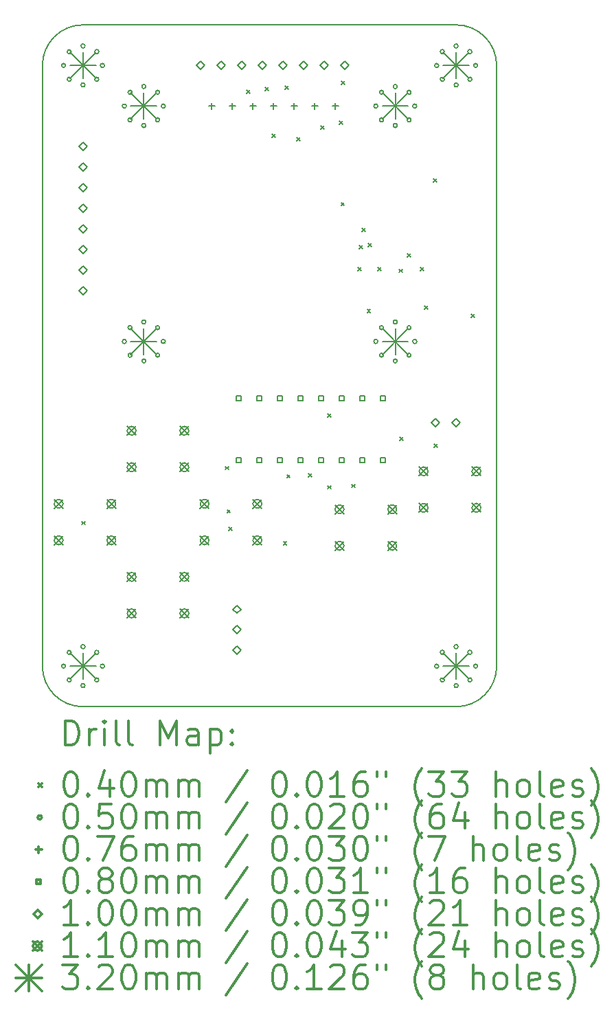
<source format=gbr>
%FSLAX45Y45*%
G04 Gerber Fmt 4.5, Leading zero omitted, Abs format (unit mm)*
G04 Created by KiCad (PCBNEW 5.0.2+dfsg1-1) date Sun 10 Apr 2022 01:54:58 AM PDT*
%MOMM*%
%LPD*%
G01*
G04 APERTURE LIST*
%ADD10C,0.150000*%
%ADD11C,0.200000*%
%ADD12C,0.300000*%
G04 APERTURE END LIST*
D10*
X13800000Y-1600000D02*
X18400000Y-1600000D01*
X13800000Y-10000000D02*
X18400000Y-10000000D01*
X18900000Y-9500000D02*
X18900000Y-2100000D01*
X13300000Y-2100000D02*
X13300000Y-9500000D01*
X18400000Y-1600000D02*
G75*
G02X18900000Y-2100000I0J-500000D01*
G01*
X18900000Y-9500000D02*
G75*
G02X18400000Y-10000000I-500000J0D01*
G01*
X13800000Y-10000000D02*
G75*
G02X13300000Y-9500000I0J500000D01*
G01*
X13300000Y-2100000D02*
G75*
G02X13800000Y-1600000I500000J0D01*
G01*
D11*
X13788000Y-7716000D02*
X13828000Y-7756000D01*
X13828000Y-7716000D02*
X13788000Y-7756000D01*
X15557000Y-7039000D02*
X15597000Y-7079000D01*
X15597000Y-7039000D02*
X15557000Y-7079000D01*
X15576000Y-7572000D02*
X15616000Y-7612000D01*
X15616000Y-7572000D02*
X15576000Y-7612000D01*
X15600000Y-7787000D02*
X15640000Y-7827000D01*
X15640000Y-7787000D02*
X15600000Y-7827000D01*
X15821000Y-2403000D02*
X15861000Y-2443000D01*
X15861000Y-2403000D02*
X15821000Y-2443000D01*
X16047000Y-2373000D02*
X16087000Y-2413000D01*
X16087000Y-2373000D02*
X16047000Y-2413000D01*
X16133199Y-2946801D02*
X16173199Y-2986801D01*
X16173199Y-2946801D02*
X16133199Y-2986801D01*
X16271000Y-7968000D02*
X16311000Y-8008000D01*
X16311000Y-7968000D02*
X16271000Y-8008000D01*
X16295000Y-2355000D02*
X16335000Y-2395000D01*
X16335000Y-2355000D02*
X16295000Y-2395000D01*
X16313000Y-7140000D02*
X16353000Y-7180000D01*
X16353000Y-7140000D02*
X16313000Y-7180000D01*
X16437000Y-2990000D02*
X16477000Y-3030000D01*
X16477000Y-2990000D02*
X16437000Y-3030000D01*
X16583000Y-7131000D02*
X16623000Y-7171000D01*
X16623000Y-7131000D02*
X16583000Y-7171000D01*
X16733000Y-2842000D02*
X16773000Y-2882000D01*
X16773000Y-2842000D02*
X16733000Y-2882000D01*
X16817000Y-6392000D02*
X16857000Y-6432000D01*
X16857000Y-6392000D02*
X16817000Y-6432000D01*
X16817000Y-7276000D02*
X16857000Y-7316000D01*
X16857000Y-7276000D02*
X16817000Y-7316000D01*
X16958000Y-2782000D02*
X16998000Y-2822000D01*
X16998000Y-2782000D02*
X16958000Y-2822000D01*
X16982775Y-3789200D02*
X17022775Y-3829200D01*
X17022775Y-3789200D02*
X16982775Y-3829200D01*
X16986000Y-2295000D02*
X17026000Y-2335000D01*
X17026000Y-2295000D02*
X16986000Y-2335000D01*
X17111000Y-7259000D02*
X17151000Y-7299000D01*
X17151000Y-7259000D02*
X17111000Y-7299000D01*
X17191000Y-4586000D02*
X17231000Y-4626000D01*
X17231000Y-4586000D02*
X17191000Y-4626000D01*
X17206000Y-4318000D02*
X17246000Y-4358000D01*
X17246000Y-4318000D02*
X17206000Y-4358000D01*
X17239699Y-4104301D02*
X17279699Y-4144301D01*
X17279699Y-4104301D02*
X17239699Y-4144301D01*
X17304000Y-5102000D02*
X17344000Y-5142000D01*
X17344000Y-5102000D02*
X17304000Y-5142000D01*
X17314898Y-4289102D02*
X17354898Y-4329102D01*
X17354898Y-4289102D02*
X17314898Y-4329102D01*
X17434000Y-4586000D02*
X17474000Y-4626000D01*
X17474000Y-4586000D02*
X17434000Y-4626000D01*
X17695000Y-4610000D02*
X17735000Y-4650000D01*
X17735000Y-4610000D02*
X17695000Y-4650000D01*
X17705000Y-6680000D02*
X17745000Y-6720000D01*
X17745000Y-6680000D02*
X17705000Y-6720000D01*
X17797000Y-4417000D02*
X17837000Y-4457000D01*
X17837000Y-4417000D02*
X17797000Y-4457000D01*
X17957000Y-4591000D02*
X17997000Y-4631000D01*
X17997000Y-4591000D02*
X17957000Y-4631000D01*
X18011000Y-5064000D02*
X18051000Y-5104000D01*
X18051000Y-5064000D02*
X18011000Y-5104000D01*
X18123000Y-3496000D02*
X18163000Y-3536000D01*
X18163000Y-3496000D02*
X18123000Y-3536000D01*
X18129000Y-6762000D02*
X18169000Y-6802000D01*
X18169000Y-6762000D02*
X18129000Y-6802000D01*
X18587000Y-5162000D02*
X18627000Y-5202000D01*
X18627000Y-5162000D02*
X18587000Y-5202000D01*
X14335000Y-2600000D02*
G75*
G03X14335000Y-2600000I-25000J0D01*
G01*
X14405294Y-2430294D02*
G75*
G03X14405294Y-2430294I-25000J0D01*
G01*
X14405294Y-2769706D02*
G75*
G03X14405294Y-2769706I-25000J0D01*
G01*
X14575000Y-2360000D02*
G75*
G03X14575000Y-2360000I-25000J0D01*
G01*
X14575000Y-2840000D02*
G75*
G03X14575000Y-2840000I-25000J0D01*
G01*
X14744706Y-2430294D02*
G75*
G03X14744706Y-2430294I-25000J0D01*
G01*
X14744706Y-2769706D02*
G75*
G03X14744706Y-2769706I-25000J0D01*
G01*
X14815000Y-2600000D02*
G75*
G03X14815000Y-2600000I-25000J0D01*
G01*
X18185000Y-9500000D02*
G75*
G03X18185000Y-9500000I-25000J0D01*
G01*
X18255294Y-9330294D02*
G75*
G03X18255294Y-9330294I-25000J0D01*
G01*
X18255294Y-9669706D02*
G75*
G03X18255294Y-9669706I-25000J0D01*
G01*
X18425000Y-9260000D02*
G75*
G03X18425000Y-9260000I-25000J0D01*
G01*
X18425000Y-9740000D02*
G75*
G03X18425000Y-9740000I-25000J0D01*
G01*
X18594706Y-9330294D02*
G75*
G03X18594706Y-9330294I-25000J0D01*
G01*
X18594706Y-9669706D02*
G75*
G03X18594706Y-9669706I-25000J0D01*
G01*
X18665000Y-9500000D02*
G75*
G03X18665000Y-9500000I-25000J0D01*
G01*
X14335000Y-5500000D02*
G75*
G03X14335000Y-5500000I-25000J0D01*
G01*
X14405294Y-5330294D02*
G75*
G03X14405294Y-5330294I-25000J0D01*
G01*
X14405294Y-5669706D02*
G75*
G03X14405294Y-5669706I-25000J0D01*
G01*
X14575000Y-5260000D02*
G75*
G03X14575000Y-5260000I-25000J0D01*
G01*
X14575000Y-5740000D02*
G75*
G03X14575000Y-5740000I-25000J0D01*
G01*
X14744706Y-5330294D02*
G75*
G03X14744706Y-5330294I-25000J0D01*
G01*
X14744706Y-5669706D02*
G75*
G03X14744706Y-5669706I-25000J0D01*
G01*
X14815000Y-5500000D02*
G75*
G03X14815000Y-5500000I-25000J0D01*
G01*
X13585000Y-9500000D02*
G75*
G03X13585000Y-9500000I-25000J0D01*
G01*
X13655294Y-9330294D02*
G75*
G03X13655294Y-9330294I-25000J0D01*
G01*
X13655294Y-9669706D02*
G75*
G03X13655294Y-9669706I-25000J0D01*
G01*
X13825000Y-9260000D02*
G75*
G03X13825000Y-9260000I-25000J0D01*
G01*
X13825000Y-9740000D02*
G75*
G03X13825000Y-9740000I-25000J0D01*
G01*
X13994706Y-9330294D02*
G75*
G03X13994706Y-9330294I-25000J0D01*
G01*
X13994706Y-9669706D02*
G75*
G03X13994706Y-9669706I-25000J0D01*
G01*
X14065000Y-9500000D02*
G75*
G03X14065000Y-9500000I-25000J0D01*
G01*
X17435000Y-5500000D02*
G75*
G03X17435000Y-5500000I-25000J0D01*
G01*
X17505294Y-5330294D02*
G75*
G03X17505294Y-5330294I-25000J0D01*
G01*
X17505294Y-5669706D02*
G75*
G03X17505294Y-5669706I-25000J0D01*
G01*
X17675000Y-5260000D02*
G75*
G03X17675000Y-5260000I-25000J0D01*
G01*
X17675000Y-5740000D02*
G75*
G03X17675000Y-5740000I-25000J0D01*
G01*
X17844706Y-5330294D02*
G75*
G03X17844706Y-5330294I-25000J0D01*
G01*
X17844706Y-5669706D02*
G75*
G03X17844706Y-5669706I-25000J0D01*
G01*
X17915000Y-5500000D02*
G75*
G03X17915000Y-5500000I-25000J0D01*
G01*
X13585000Y-2100000D02*
G75*
G03X13585000Y-2100000I-25000J0D01*
G01*
X13655294Y-1930294D02*
G75*
G03X13655294Y-1930294I-25000J0D01*
G01*
X13655294Y-2269706D02*
G75*
G03X13655294Y-2269706I-25000J0D01*
G01*
X13825000Y-1860000D02*
G75*
G03X13825000Y-1860000I-25000J0D01*
G01*
X13825000Y-2340000D02*
G75*
G03X13825000Y-2340000I-25000J0D01*
G01*
X13994706Y-1930294D02*
G75*
G03X13994706Y-1930294I-25000J0D01*
G01*
X13994706Y-2269706D02*
G75*
G03X13994706Y-2269706I-25000J0D01*
G01*
X14065000Y-2100000D02*
G75*
G03X14065000Y-2100000I-25000J0D01*
G01*
X17435000Y-2600000D02*
G75*
G03X17435000Y-2600000I-25000J0D01*
G01*
X17505294Y-2430294D02*
G75*
G03X17505294Y-2430294I-25000J0D01*
G01*
X17505294Y-2769706D02*
G75*
G03X17505294Y-2769706I-25000J0D01*
G01*
X17675000Y-2360000D02*
G75*
G03X17675000Y-2360000I-25000J0D01*
G01*
X17675000Y-2840000D02*
G75*
G03X17675000Y-2840000I-25000J0D01*
G01*
X17844706Y-2430294D02*
G75*
G03X17844706Y-2430294I-25000J0D01*
G01*
X17844706Y-2769706D02*
G75*
G03X17844706Y-2769706I-25000J0D01*
G01*
X17915000Y-2600000D02*
G75*
G03X17915000Y-2600000I-25000J0D01*
G01*
X18185000Y-2100000D02*
G75*
G03X18185000Y-2100000I-25000J0D01*
G01*
X18255294Y-1930294D02*
G75*
G03X18255294Y-1930294I-25000J0D01*
G01*
X18255294Y-2269706D02*
G75*
G03X18255294Y-2269706I-25000J0D01*
G01*
X18425000Y-1860000D02*
G75*
G03X18425000Y-1860000I-25000J0D01*
G01*
X18425000Y-2340000D02*
G75*
G03X18425000Y-2340000I-25000J0D01*
G01*
X18594706Y-1930294D02*
G75*
G03X18594706Y-1930294I-25000J0D01*
G01*
X18594706Y-2269706D02*
G75*
G03X18594706Y-2269706I-25000J0D01*
G01*
X18665000Y-2100000D02*
G75*
G03X18665000Y-2100000I-25000J0D01*
G01*
X15388000Y-2561900D02*
X15388000Y-2638100D01*
X15349900Y-2600000D02*
X15426100Y-2600000D01*
X15642000Y-2561900D02*
X15642000Y-2638100D01*
X15603900Y-2600000D02*
X15680100Y-2600000D01*
X15896000Y-2561900D02*
X15896000Y-2638100D01*
X15857900Y-2600000D02*
X15934100Y-2600000D01*
X16150000Y-2561900D02*
X16150000Y-2638100D01*
X16111900Y-2600000D02*
X16188100Y-2600000D01*
X16404000Y-2561900D02*
X16404000Y-2638100D01*
X16365900Y-2600000D02*
X16442100Y-2600000D01*
X16658000Y-2561900D02*
X16658000Y-2638100D01*
X16619900Y-2600000D02*
X16696100Y-2600000D01*
X16912000Y-2561900D02*
X16912000Y-2638100D01*
X16873900Y-2600000D02*
X16950100Y-2600000D01*
X15750284Y-6228284D02*
X15750284Y-6171715D01*
X15693715Y-6171715D01*
X15693715Y-6228284D01*
X15750284Y-6228284D01*
X15750284Y-6990284D02*
X15750284Y-6933715D01*
X15693715Y-6933715D01*
X15693715Y-6990284D01*
X15750284Y-6990284D01*
X16004284Y-6228284D02*
X16004284Y-6171715D01*
X15947715Y-6171715D01*
X15947715Y-6228284D01*
X16004284Y-6228284D01*
X16004284Y-6990284D02*
X16004284Y-6933715D01*
X15947715Y-6933715D01*
X15947715Y-6990284D01*
X16004284Y-6990284D01*
X16258284Y-6228284D02*
X16258284Y-6171715D01*
X16201715Y-6171715D01*
X16201715Y-6228284D01*
X16258284Y-6228284D01*
X16258284Y-6990284D02*
X16258284Y-6933715D01*
X16201715Y-6933715D01*
X16201715Y-6990284D01*
X16258284Y-6990284D01*
X16512284Y-6228284D02*
X16512284Y-6171715D01*
X16455715Y-6171715D01*
X16455715Y-6228284D01*
X16512284Y-6228284D01*
X16512284Y-6990284D02*
X16512284Y-6933715D01*
X16455715Y-6933715D01*
X16455715Y-6990284D01*
X16512284Y-6990284D01*
X16766284Y-6228284D02*
X16766284Y-6171715D01*
X16709715Y-6171715D01*
X16709715Y-6228284D01*
X16766284Y-6228284D01*
X16766284Y-6990284D02*
X16766284Y-6933715D01*
X16709715Y-6933715D01*
X16709715Y-6990284D01*
X16766284Y-6990284D01*
X17020285Y-6228284D02*
X17020285Y-6171715D01*
X16963716Y-6171715D01*
X16963716Y-6228284D01*
X17020285Y-6228284D01*
X17020285Y-6990284D02*
X17020285Y-6933715D01*
X16963716Y-6933715D01*
X16963716Y-6990284D01*
X17020285Y-6990284D01*
X17274285Y-6228284D02*
X17274285Y-6171715D01*
X17217716Y-6171715D01*
X17217716Y-6228284D01*
X17274285Y-6228284D01*
X17274285Y-6990284D02*
X17274285Y-6933715D01*
X17217716Y-6933715D01*
X17217716Y-6990284D01*
X17274285Y-6990284D01*
X17528285Y-6228284D02*
X17528285Y-6171715D01*
X17471716Y-6171715D01*
X17471716Y-6228284D01*
X17528285Y-6228284D01*
X17528285Y-6990284D02*
X17528285Y-6933715D01*
X17471716Y-6933715D01*
X17471716Y-6990284D01*
X17528285Y-6990284D01*
X15700000Y-8850000D02*
X15750000Y-8800000D01*
X15700000Y-8750000D01*
X15650000Y-8800000D01*
X15700000Y-8850000D01*
X15700000Y-9100000D02*
X15750000Y-9050000D01*
X15700000Y-9000000D01*
X15650000Y-9050000D01*
X15700000Y-9100000D01*
X15700000Y-9350000D02*
X15750000Y-9300000D01*
X15700000Y-9250000D01*
X15650000Y-9300000D01*
X15700000Y-9350000D01*
X18146000Y-6550000D02*
X18196000Y-6500000D01*
X18146000Y-6450000D01*
X18096000Y-6500000D01*
X18146000Y-6550000D01*
X18400000Y-6550000D02*
X18450000Y-6500000D01*
X18400000Y-6450000D01*
X18350000Y-6500000D01*
X18400000Y-6550000D01*
X13800000Y-3150000D02*
X13850000Y-3100000D01*
X13800000Y-3050000D01*
X13750000Y-3100000D01*
X13800000Y-3150000D01*
X13800000Y-3404000D02*
X13850000Y-3354000D01*
X13800000Y-3304000D01*
X13750000Y-3354000D01*
X13800000Y-3404000D01*
X13800000Y-3658000D02*
X13850000Y-3608000D01*
X13800000Y-3558000D01*
X13750000Y-3608000D01*
X13800000Y-3658000D01*
X13800000Y-3912000D02*
X13850000Y-3862000D01*
X13800000Y-3812000D01*
X13750000Y-3862000D01*
X13800000Y-3912000D01*
X13800000Y-4166000D02*
X13850000Y-4116000D01*
X13800000Y-4066000D01*
X13750000Y-4116000D01*
X13800000Y-4166000D01*
X13800000Y-4420000D02*
X13850000Y-4370000D01*
X13800000Y-4320000D01*
X13750000Y-4370000D01*
X13800000Y-4420000D01*
X13800000Y-4674000D02*
X13850000Y-4624000D01*
X13800000Y-4574000D01*
X13750000Y-4624000D01*
X13800000Y-4674000D01*
X13800000Y-4928000D02*
X13850000Y-4878000D01*
X13800000Y-4828000D01*
X13750000Y-4878000D01*
X13800000Y-4928000D01*
X15250000Y-2150000D02*
X15300000Y-2100000D01*
X15250000Y-2050000D01*
X15200000Y-2100000D01*
X15250000Y-2150000D01*
X15504000Y-2150000D02*
X15554000Y-2100000D01*
X15504000Y-2050000D01*
X15454000Y-2100000D01*
X15504000Y-2150000D01*
X15758000Y-2150000D02*
X15808000Y-2100000D01*
X15758000Y-2050000D01*
X15708000Y-2100000D01*
X15758000Y-2150000D01*
X16012000Y-2150000D02*
X16062000Y-2100000D01*
X16012000Y-2050000D01*
X15962000Y-2100000D01*
X16012000Y-2150000D01*
X16266000Y-2150000D02*
X16316000Y-2100000D01*
X16266000Y-2050000D01*
X16216000Y-2100000D01*
X16266000Y-2150000D01*
X16520000Y-2150000D02*
X16570000Y-2100000D01*
X16520000Y-2050000D01*
X16470000Y-2100000D01*
X16520000Y-2150000D01*
X16774000Y-2150000D02*
X16824000Y-2100000D01*
X16774000Y-2050000D01*
X16724000Y-2100000D01*
X16774000Y-2150000D01*
X17028000Y-2150000D02*
X17078000Y-2100000D01*
X17028000Y-2050000D01*
X16978000Y-2100000D01*
X17028000Y-2150000D01*
X17945000Y-7045000D02*
X18055000Y-7155000D01*
X18055000Y-7045000D02*
X17945000Y-7155000D01*
X18055000Y-7100000D02*
G75*
G03X18055000Y-7100000I-55000J0D01*
G01*
X17945000Y-7495000D02*
X18055000Y-7605000D01*
X18055000Y-7495000D02*
X17945000Y-7605000D01*
X18055000Y-7550000D02*
G75*
G03X18055000Y-7550000I-55000J0D01*
G01*
X18595000Y-7045000D02*
X18705000Y-7155000D01*
X18705000Y-7045000D02*
X18595000Y-7155000D01*
X18705000Y-7100000D02*
G75*
G03X18705000Y-7100000I-55000J0D01*
G01*
X18595000Y-7495000D02*
X18705000Y-7605000D01*
X18705000Y-7495000D02*
X18595000Y-7605000D01*
X18705000Y-7550000D02*
G75*
G03X18705000Y-7550000I-55000J0D01*
G01*
X14345000Y-6545000D02*
X14455000Y-6655000D01*
X14455000Y-6545000D02*
X14345000Y-6655000D01*
X14455000Y-6600000D02*
G75*
G03X14455000Y-6600000I-55000J0D01*
G01*
X14345000Y-6995000D02*
X14455000Y-7105000D01*
X14455000Y-6995000D02*
X14345000Y-7105000D01*
X14455000Y-7050000D02*
G75*
G03X14455000Y-7050000I-55000J0D01*
G01*
X14995000Y-6545000D02*
X15105000Y-6655000D01*
X15105000Y-6545000D02*
X14995000Y-6655000D01*
X15105000Y-6600000D02*
G75*
G03X15105000Y-6600000I-55000J0D01*
G01*
X14995000Y-6995000D02*
X15105000Y-7105000D01*
X15105000Y-6995000D02*
X14995000Y-7105000D01*
X15105000Y-7050000D02*
G75*
G03X15105000Y-7050000I-55000J0D01*
G01*
X16907500Y-7512500D02*
X17017500Y-7622500D01*
X17017500Y-7512500D02*
X16907500Y-7622500D01*
X17017500Y-7567500D02*
G75*
G03X17017500Y-7567500I-55000J0D01*
G01*
X16907500Y-7962500D02*
X17017500Y-8072500D01*
X17017500Y-7962500D02*
X16907500Y-8072500D01*
X17017500Y-8017500D02*
G75*
G03X17017500Y-8017500I-55000J0D01*
G01*
X17557500Y-7512500D02*
X17667500Y-7622500D01*
X17667500Y-7512500D02*
X17557500Y-7622500D01*
X17667500Y-7567500D02*
G75*
G03X17667500Y-7567500I-55000J0D01*
G01*
X17557500Y-7962500D02*
X17667500Y-8072500D01*
X17667500Y-7962500D02*
X17557500Y-8072500D01*
X17667500Y-8017500D02*
G75*
G03X17667500Y-8017500I-55000J0D01*
G01*
X13445000Y-7445000D02*
X13555000Y-7555000D01*
X13555000Y-7445000D02*
X13445000Y-7555000D01*
X13555000Y-7500000D02*
G75*
G03X13555000Y-7500000I-55000J0D01*
G01*
X13445000Y-7895000D02*
X13555000Y-8005000D01*
X13555000Y-7895000D02*
X13445000Y-8005000D01*
X13555000Y-7950000D02*
G75*
G03X13555000Y-7950000I-55000J0D01*
G01*
X14095000Y-7445000D02*
X14205000Y-7555000D01*
X14205000Y-7445000D02*
X14095000Y-7555000D01*
X14205000Y-7500000D02*
G75*
G03X14205000Y-7500000I-55000J0D01*
G01*
X14095000Y-7895000D02*
X14205000Y-8005000D01*
X14205000Y-7895000D02*
X14095000Y-8005000D01*
X14205000Y-7950000D02*
G75*
G03X14205000Y-7950000I-55000J0D01*
G01*
X14345000Y-8345000D02*
X14455000Y-8455000D01*
X14455000Y-8345000D02*
X14345000Y-8455000D01*
X14455000Y-8400000D02*
G75*
G03X14455000Y-8400000I-55000J0D01*
G01*
X14345000Y-8795000D02*
X14455000Y-8905000D01*
X14455000Y-8795000D02*
X14345000Y-8905000D01*
X14455000Y-8850000D02*
G75*
G03X14455000Y-8850000I-55000J0D01*
G01*
X14995000Y-8345000D02*
X15105000Y-8455000D01*
X15105000Y-8345000D02*
X14995000Y-8455000D01*
X15105000Y-8400000D02*
G75*
G03X15105000Y-8400000I-55000J0D01*
G01*
X14995000Y-8795000D02*
X15105000Y-8905000D01*
X15105000Y-8795000D02*
X14995000Y-8905000D01*
X15105000Y-8850000D02*
G75*
G03X15105000Y-8850000I-55000J0D01*
G01*
X15245000Y-7445000D02*
X15355000Y-7555000D01*
X15355000Y-7445000D02*
X15245000Y-7555000D01*
X15355000Y-7500000D02*
G75*
G03X15355000Y-7500000I-55000J0D01*
G01*
X15245000Y-7895000D02*
X15355000Y-8005000D01*
X15355000Y-7895000D02*
X15245000Y-8005000D01*
X15355000Y-7950000D02*
G75*
G03X15355000Y-7950000I-55000J0D01*
G01*
X15895000Y-7445000D02*
X16005000Y-7555000D01*
X16005000Y-7445000D02*
X15895000Y-7555000D01*
X16005000Y-7500000D02*
G75*
G03X16005000Y-7500000I-55000J0D01*
G01*
X15895000Y-7895000D02*
X16005000Y-8005000D01*
X16005000Y-7895000D02*
X15895000Y-8005000D01*
X16005000Y-7950000D02*
G75*
G03X16005000Y-7950000I-55000J0D01*
G01*
X14390000Y-2440000D02*
X14710000Y-2760000D01*
X14710000Y-2440000D02*
X14390000Y-2760000D01*
X14550000Y-2440000D02*
X14550000Y-2760000D01*
X14390000Y-2600000D02*
X14710000Y-2600000D01*
X18240000Y-9340000D02*
X18560000Y-9660000D01*
X18560000Y-9340000D02*
X18240000Y-9660000D01*
X18400000Y-9340000D02*
X18400000Y-9660000D01*
X18240000Y-9500000D02*
X18560000Y-9500000D01*
X14390000Y-5340000D02*
X14710000Y-5660000D01*
X14710000Y-5340000D02*
X14390000Y-5660000D01*
X14550000Y-5340000D02*
X14550000Y-5660000D01*
X14390000Y-5500000D02*
X14710000Y-5500000D01*
X13640000Y-9340000D02*
X13960000Y-9660000D01*
X13960000Y-9340000D02*
X13640000Y-9660000D01*
X13800000Y-9340000D02*
X13800000Y-9660000D01*
X13640000Y-9500000D02*
X13960000Y-9500000D01*
X17490000Y-5340000D02*
X17810000Y-5660000D01*
X17810000Y-5340000D02*
X17490000Y-5660000D01*
X17650000Y-5340000D02*
X17650000Y-5660000D01*
X17490000Y-5500000D02*
X17810000Y-5500000D01*
X13640000Y-1940000D02*
X13960000Y-2260000D01*
X13960000Y-1940000D02*
X13640000Y-2260000D01*
X13800000Y-1940000D02*
X13800000Y-2260000D01*
X13640000Y-2100000D02*
X13960000Y-2100000D01*
X17490000Y-2440000D02*
X17810000Y-2760000D01*
X17810000Y-2440000D02*
X17490000Y-2760000D01*
X17650000Y-2440000D02*
X17650000Y-2760000D01*
X17490000Y-2600000D02*
X17810000Y-2600000D01*
X18240000Y-1940000D02*
X18560000Y-2260000D01*
X18560000Y-1940000D02*
X18240000Y-2260000D01*
X18400000Y-1940000D02*
X18400000Y-2260000D01*
X18240000Y-2100000D02*
X18560000Y-2100000D01*
D12*
X13578928Y-10473214D02*
X13578928Y-10173214D01*
X13650357Y-10173214D01*
X13693214Y-10187500D01*
X13721786Y-10216072D01*
X13736071Y-10244643D01*
X13750357Y-10301786D01*
X13750357Y-10344643D01*
X13736071Y-10401786D01*
X13721786Y-10430357D01*
X13693214Y-10458929D01*
X13650357Y-10473214D01*
X13578928Y-10473214D01*
X13878928Y-10473214D02*
X13878928Y-10273214D01*
X13878928Y-10330357D02*
X13893214Y-10301786D01*
X13907500Y-10287500D01*
X13936071Y-10273214D01*
X13964643Y-10273214D01*
X14064643Y-10473214D02*
X14064643Y-10273214D01*
X14064643Y-10173214D02*
X14050357Y-10187500D01*
X14064643Y-10201786D01*
X14078928Y-10187500D01*
X14064643Y-10173214D01*
X14064643Y-10201786D01*
X14250357Y-10473214D02*
X14221786Y-10458929D01*
X14207500Y-10430357D01*
X14207500Y-10173214D01*
X14407500Y-10473214D02*
X14378928Y-10458929D01*
X14364643Y-10430357D01*
X14364643Y-10173214D01*
X14750357Y-10473214D02*
X14750357Y-10173214D01*
X14850357Y-10387500D01*
X14950357Y-10173214D01*
X14950357Y-10473214D01*
X15221786Y-10473214D02*
X15221786Y-10316072D01*
X15207500Y-10287500D01*
X15178928Y-10273214D01*
X15121786Y-10273214D01*
X15093214Y-10287500D01*
X15221786Y-10458929D02*
X15193214Y-10473214D01*
X15121786Y-10473214D01*
X15093214Y-10458929D01*
X15078928Y-10430357D01*
X15078928Y-10401786D01*
X15093214Y-10373214D01*
X15121786Y-10358929D01*
X15193214Y-10358929D01*
X15221786Y-10344643D01*
X15364643Y-10273214D02*
X15364643Y-10573214D01*
X15364643Y-10287500D02*
X15393214Y-10273214D01*
X15450357Y-10273214D01*
X15478928Y-10287500D01*
X15493214Y-10301786D01*
X15507500Y-10330357D01*
X15507500Y-10416072D01*
X15493214Y-10444643D01*
X15478928Y-10458929D01*
X15450357Y-10473214D01*
X15393214Y-10473214D01*
X15364643Y-10458929D01*
X15636071Y-10444643D02*
X15650357Y-10458929D01*
X15636071Y-10473214D01*
X15621786Y-10458929D01*
X15636071Y-10444643D01*
X15636071Y-10473214D01*
X15636071Y-10287500D02*
X15650357Y-10301786D01*
X15636071Y-10316072D01*
X15621786Y-10301786D01*
X15636071Y-10287500D01*
X15636071Y-10316072D01*
X13252500Y-10947500D02*
X13292500Y-10987500D01*
X13292500Y-10947500D02*
X13252500Y-10987500D01*
X13636071Y-10803214D02*
X13664643Y-10803214D01*
X13693214Y-10817500D01*
X13707500Y-10831786D01*
X13721786Y-10860357D01*
X13736071Y-10917500D01*
X13736071Y-10988929D01*
X13721786Y-11046072D01*
X13707500Y-11074643D01*
X13693214Y-11088929D01*
X13664643Y-11103214D01*
X13636071Y-11103214D01*
X13607500Y-11088929D01*
X13593214Y-11074643D01*
X13578928Y-11046072D01*
X13564643Y-10988929D01*
X13564643Y-10917500D01*
X13578928Y-10860357D01*
X13593214Y-10831786D01*
X13607500Y-10817500D01*
X13636071Y-10803214D01*
X13864643Y-11074643D02*
X13878928Y-11088929D01*
X13864643Y-11103214D01*
X13850357Y-11088929D01*
X13864643Y-11074643D01*
X13864643Y-11103214D01*
X14136071Y-10903214D02*
X14136071Y-11103214D01*
X14064643Y-10788929D02*
X13993214Y-11003214D01*
X14178928Y-11003214D01*
X14350357Y-10803214D02*
X14378928Y-10803214D01*
X14407500Y-10817500D01*
X14421786Y-10831786D01*
X14436071Y-10860357D01*
X14450357Y-10917500D01*
X14450357Y-10988929D01*
X14436071Y-11046072D01*
X14421786Y-11074643D01*
X14407500Y-11088929D01*
X14378928Y-11103214D01*
X14350357Y-11103214D01*
X14321786Y-11088929D01*
X14307500Y-11074643D01*
X14293214Y-11046072D01*
X14278928Y-10988929D01*
X14278928Y-10917500D01*
X14293214Y-10860357D01*
X14307500Y-10831786D01*
X14321786Y-10817500D01*
X14350357Y-10803214D01*
X14578928Y-11103214D02*
X14578928Y-10903214D01*
X14578928Y-10931786D02*
X14593214Y-10917500D01*
X14621786Y-10903214D01*
X14664643Y-10903214D01*
X14693214Y-10917500D01*
X14707500Y-10946072D01*
X14707500Y-11103214D01*
X14707500Y-10946072D02*
X14721786Y-10917500D01*
X14750357Y-10903214D01*
X14793214Y-10903214D01*
X14821786Y-10917500D01*
X14836071Y-10946072D01*
X14836071Y-11103214D01*
X14978928Y-11103214D02*
X14978928Y-10903214D01*
X14978928Y-10931786D02*
X14993214Y-10917500D01*
X15021786Y-10903214D01*
X15064643Y-10903214D01*
X15093214Y-10917500D01*
X15107500Y-10946072D01*
X15107500Y-11103214D01*
X15107500Y-10946072D02*
X15121786Y-10917500D01*
X15150357Y-10903214D01*
X15193214Y-10903214D01*
X15221786Y-10917500D01*
X15236071Y-10946072D01*
X15236071Y-11103214D01*
X15821786Y-10788929D02*
X15564643Y-11174643D01*
X16207500Y-10803214D02*
X16236071Y-10803214D01*
X16264643Y-10817500D01*
X16278928Y-10831786D01*
X16293214Y-10860357D01*
X16307500Y-10917500D01*
X16307500Y-10988929D01*
X16293214Y-11046072D01*
X16278928Y-11074643D01*
X16264643Y-11088929D01*
X16236071Y-11103214D01*
X16207500Y-11103214D01*
X16178928Y-11088929D01*
X16164643Y-11074643D01*
X16150357Y-11046072D01*
X16136071Y-10988929D01*
X16136071Y-10917500D01*
X16150357Y-10860357D01*
X16164643Y-10831786D01*
X16178928Y-10817500D01*
X16207500Y-10803214D01*
X16436071Y-11074643D02*
X16450357Y-11088929D01*
X16436071Y-11103214D01*
X16421786Y-11088929D01*
X16436071Y-11074643D01*
X16436071Y-11103214D01*
X16636071Y-10803214D02*
X16664643Y-10803214D01*
X16693214Y-10817500D01*
X16707500Y-10831786D01*
X16721786Y-10860357D01*
X16736071Y-10917500D01*
X16736071Y-10988929D01*
X16721786Y-11046072D01*
X16707500Y-11074643D01*
X16693214Y-11088929D01*
X16664643Y-11103214D01*
X16636071Y-11103214D01*
X16607500Y-11088929D01*
X16593214Y-11074643D01*
X16578928Y-11046072D01*
X16564643Y-10988929D01*
X16564643Y-10917500D01*
X16578928Y-10860357D01*
X16593214Y-10831786D01*
X16607500Y-10817500D01*
X16636071Y-10803214D01*
X17021786Y-11103214D02*
X16850357Y-11103214D01*
X16936071Y-11103214D02*
X16936071Y-10803214D01*
X16907500Y-10846072D01*
X16878928Y-10874643D01*
X16850357Y-10888929D01*
X17278928Y-10803214D02*
X17221786Y-10803214D01*
X17193214Y-10817500D01*
X17178928Y-10831786D01*
X17150357Y-10874643D01*
X17136071Y-10931786D01*
X17136071Y-11046072D01*
X17150357Y-11074643D01*
X17164643Y-11088929D01*
X17193214Y-11103214D01*
X17250357Y-11103214D01*
X17278928Y-11088929D01*
X17293214Y-11074643D01*
X17307500Y-11046072D01*
X17307500Y-10974643D01*
X17293214Y-10946072D01*
X17278928Y-10931786D01*
X17250357Y-10917500D01*
X17193214Y-10917500D01*
X17164643Y-10931786D01*
X17150357Y-10946072D01*
X17136071Y-10974643D01*
X17421786Y-10803214D02*
X17421786Y-10860357D01*
X17536071Y-10803214D02*
X17536071Y-10860357D01*
X17978928Y-11217500D02*
X17964643Y-11203214D01*
X17936071Y-11160357D01*
X17921786Y-11131786D01*
X17907500Y-11088929D01*
X17893214Y-11017500D01*
X17893214Y-10960357D01*
X17907500Y-10888929D01*
X17921786Y-10846072D01*
X17936071Y-10817500D01*
X17964643Y-10774643D01*
X17978928Y-10760357D01*
X18064643Y-10803214D02*
X18250357Y-10803214D01*
X18150357Y-10917500D01*
X18193214Y-10917500D01*
X18221786Y-10931786D01*
X18236071Y-10946072D01*
X18250357Y-10974643D01*
X18250357Y-11046072D01*
X18236071Y-11074643D01*
X18221786Y-11088929D01*
X18193214Y-11103214D01*
X18107500Y-11103214D01*
X18078928Y-11088929D01*
X18064643Y-11074643D01*
X18350357Y-10803214D02*
X18536071Y-10803214D01*
X18436071Y-10917500D01*
X18478928Y-10917500D01*
X18507500Y-10931786D01*
X18521786Y-10946072D01*
X18536071Y-10974643D01*
X18536071Y-11046072D01*
X18521786Y-11074643D01*
X18507500Y-11088929D01*
X18478928Y-11103214D01*
X18393214Y-11103214D01*
X18364643Y-11088929D01*
X18350357Y-11074643D01*
X18893214Y-11103214D02*
X18893214Y-10803214D01*
X19021786Y-11103214D02*
X19021786Y-10946072D01*
X19007500Y-10917500D01*
X18978928Y-10903214D01*
X18936071Y-10903214D01*
X18907500Y-10917500D01*
X18893214Y-10931786D01*
X19207500Y-11103214D02*
X19178928Y-11088929D01*
X19164643Y-11074643D01*
X19150357Y-11046072D01*
X19150357Y-10960357D01*
X19164643Y-10931786D01*
X19178928Y-10917500D01*
X19207500Y-10903214D01*
X19250357Y-10903214D01*
X19278928Y-10917500D01*
X19293214Y-10931786D01*
X19307500Y-10960357D01*
X19307500Y-11046072D01*
X19293214Y-11074643D01*
X19278928Y-11088929D01*
X19250357Y-11103214D01*
X19207500Y-11103214D01*
X19478928Y-11103214D02*
X19450357Y-11088929D01*
X19436071Y-11060357D01*
X19436071Y-10803214D01*
X19707500Y-11088929D02*
X19678928Y-11103214D01*
X19621786Y-11103214D01*
X19593214Y-11088929D01*
X19578928Y-11060357D01*
X19578928Y-10946072D01*
X19593214Y-10917500D01*
X19621786Y-10903214D01*
X19678928Y-10903214D01*
X19707500Y-10917500D01*
X19721786Y-10946072D01*
X19721786Y-10974643D01*
X19578928Y-11003214D01*
X19836071Y-11088929D02*
X19864643Y-11103214D01*
X19921786Y-11103214D01*
X19950357Y-11088929D01*
X19964643Y-11060357D01*
X19964643Y-11046072D01*
X19950357Y-11017500D01*
X19921786Y-11003214D01*
X19878928Y-11003214D01*
X19850357Y-10988929D01*
X19836071Y-10960357D01*
X19836071Y-10946072D01*
X19850357Y-10917500D01*
X19878928Y-10903214D01*
X19921786Y-10903214D01*
X19950357Y-10917500D01*
X20064643Y-11217500D02*
X20078928Y-11203214D01*
X20107500Y-11160357D01*
X20121786Y-11131786D01*
X20136071Y-11088929D01*
X20150357Y-11017500D01*
X20150357Y-10960357D01*
X20136071Y-10888929D01*
X20121786Y-10846072D01*
X20107500Y-10817500D01*
X20078928Y-10774643D01*
X20064643Y-10760357D01*
X13292500Y-11363500D02*
G75*
G03X13292500Y-11363500I-25000J0D01*
G01*
X13636071Y-11199214D02*
X13664643Y-11199214D01*
X13693214Y-11213500D01*
X13707500Y-11227786D01*
X13721786Y-11256357D01*
X13736071Y-11313500D01*
X13736071Y-11384929D01*
X13721786Y-11442071D01*
X13707500Y-11470643D01*
X13693214Y-11484929D01*
X13664643Y-11499214D01*
X13636071Y-11499214D01*
X13607500Y-11484929D01*
X13593214Y-11470643D01*
X13578928Y-11442071D01*
X13564643Y-11384929D01*
X13564643Y-11313500D01*
X13578928Y-11256357D01*
X13593214Y-11227786D01*
X13607500Y-11213500D01*
X13636071Y-11199214D01*
X13864643Y-11470643D02*
X13878928Y-11484929D01*
X13864643Y-11499214D01*
X13850357Y-11484929D01*
X13864643Y-11470643D01*
X13864643Y-11499214D01*
X14150357Y-11199214D02*
X14007500Y-11199214D01*
X13993214Y-11342071D01*
X14007500Y-11327786D01*
X14036071Y-11313500D01*
X14107500Y-11313500D01*
X14136071Y-11327786D01*
X14150357Y-11342071D01*
X14164643Y-11370643D01*
X14164643Y-11442071D01*
X14150357Y-11470643D01*
X14136071Y-11484929D01*
X14107500Y-11499214D01*
X14036071Y-11499214D01*
X14007500Y-11484929D01*
X13993214Y-11470643D01*
X14350357Y-11199214D02*
X14378928Y-11199214D01*
X14407500Y-11213500D01*
X14421786Y-11227786D01*
X14436071Y-11256357D01*
X14450357Y-11313500D01*
X14450357Y-11384929D01*
X14436071Y-11442071D01*
X14421786Y-11470643D01*
X14407500Y-11484929D01*
X14378928Y-11499214D01*
X14350357Y-11499214D01*
X14321786Y-11484929D01*
X14307500Y-11470643D01*
X14293214Y-11442071D01*
X14278928Y-11384929D01*
X14278928Y-11313500D01*
X14293214Y-11256357D01*
X14307500Y-11227786D01*
X14321786Y-11213500D01*
X14350357Y-11199214D01*
X14578928Y-11499214D02*
X14578928Y-11299214D01*
X14578928Y-11327786D02*
X14593214Y-11313500D01*
X14621786Y-11299214D01*
X14664643Y-11299214D01*
X14693214Y-11313500D01*
X14707500Y-11342071D01*
X14707500Y-11499214D01*
X14707500Y-11342071D02*
X14721786Y-11313500D01*
X14750357Y-11299214D01*
X14793214Y-11299214D01*
X14821786Y-11313500D01*
X14836071Y-11342071D01*
X14836071Y-11499214D01*
X14978928Y-11499214D02*
X14978928Y-11299214D01*
X14978928Y-11327786D02*
X14993214Y-11313500D01*
X15021786Y-11299214D01*
X15064643Y-11299214D01*
X15093214Y-11313500D01*
X15107500Y-11342071D01*
X15107500Y-11499214D01*
X15107500Y-11342071D02*
X15121786Y-11313500D01*
X15150357Y-11299214D01*
X15193214Y-11299214D01*
X15221786Y-11313500D01*
X15236071Y-11342071D01*
X15236071Y-11499214D01*
X15821786Y-11184929D02*
X15564643Y-11570643D01*
X16207500Y-11199214D02*
X16236071Y-11199214D01*
X16264643Y-11213500D01*
X16278928Y-11227786D01*
X16293214Y-11256357D01*
X16307500Y-11313500D01*
X16307500Y-11384929D01*
X16293214Y-11442071D01*
X16278928Y-11470643D01*
X16264643Y-11484929D01*
X16236071Y-11499214D01*
X16207500Y-11499214D01*
X16178928Y-11484929D01*
X16164643Y-11470643D01*
X16150357Y-11442071D01*
X16136071Y-11384929D01*
X16136071Y-11313500D01*
X16150357Y-11256357D01*
X16164643Y-11227786D01*
X16178928Y-11213500D01*
X16207500Y-11199214D01*
X16436071Y-11470643D02*
X16450357Y-11484929D01*
X16436071Y-11499214D01*
X16421786Y-11484929D01*
X16436071Y-11470643D01*
X16436071Y-11499214D01*
X16636071Y-11199214D02*
X16664643Y-11199214D01*
X16693214Y-11213500D01*
X16707500Y-11227786D01*
X16721786Y-11256357D01*
X16736071Y-11313500D01*
X16736071Y-11384929D01*
X16721786Y-11442071D01*
X16707500Y-11470643D01*
X16693214Y-11484929D01*
X16664643Y-11499214D01*
X16636071Y-11499214D01*
X16607500Y-11484929D01*
X16593214Y-11470643D01*
X16578928Y-11442071D01*
X16564643Y-11384929D01*
X16564643Y-11313500D01*
X16578928Y-11256357D01*
X16593214Y-11227786D01*
X16607500Y-11213500D01*
X16636071Y-11199214D01*
X16850357Y-11227786D02*
X16864643Y-11213500D01*
X16893214Y-11199214D01*
X16964643Y-11199214D01*
X16993214Y-11213500D01*
X17007500Y-11227786D01*
X17021786Y-11256357D01*
X17021786Y-11284929D01*
X17007500Y-11327786D01*
X16836071Y-11499214D01*
X17021786Y-11499214D01*
X17207500Y-11199214D02*
X17236071Y-11199214D01*
X17264643Y-11213500D01*
X17278928Y-11227786D01*
X17293214Y-11256357D01*
X17307500Y-11313500D01*
X17307500Y-11384929D01*
X17293214Y-11442071D01*
X17278928Y-11470643D01*
X17264643Y-11484929D01*
X17236071Y-11499214D01*
X17207500Y-11499214D01*
X17178928Y-11484929D01*
X17164643Y-11470643D01*
X17150357Y-11442071D01*
X17136071Y-11384929D01*
X17136071Y-11313500D01*
X17150357Y-11256357D01*
X17164643Y-11227786D01*
X17178928Y-11213500D01*
X17207500Y-11199214D01*
X17421786Y-11199214D02*
X17421786Y-11256357D01*
X17536071Y-11199214D02*
X17536071Y-11256357D01*
X17978928Y-11613500D02*
X17964643Y-11599214D01*
X17936071Y-11556357D01*
X17921786Y-11527786D01*
X17907500Y-11484929D01*
X17893214Y-11413500D01*
X17893214Y-11356357D01*
X17907500Y-11284929D01*
X17921786Y-11242071D01*
X17936071Y-11213500D01*
X17964643Y-11170643D01*
X17978928Y-11156357D01*
X18221786Y-11199214D02*
X18164643Y-11199214D01*
X18136071Y-11213500D01*
X18121786Y-11227786D01*
X18093214Y-11270643D01*
X18078928Y-11327786D01*
X18078928Y-11442071D01*
X18093214Y-11470643D01*
X18107500Y-11484929D01*
X18136071Y-11499214D01*
X18193214Y-11499214D01*
X18221786Y-11484929D01*
X18236071Y-11470643D01*
X18250357Y-11442071D01*
X18250357Y-11370643D01*
X18236071Y-11342071D01*
X18221786Y-11327786D01*
X18193214Y-11313500D01*
X18136071Y-11313500D01*
X18107500Y-11327786D01*
X18093214Y-11342071D01*
X18078928Y-11370643D01*
X18507500Y-11299214D02*
X18507500Y-11499214D01*
X18436071Y-11184929D02*
X18364643Y-11399214D01*
X18550357Y-11399214D01*
X18893214Y-11499214D02*
X18893214Y-11199214D01*
X19021786Y-11499214D02*
X19021786Y-11342071D01*
X19007500Y-11313500D01*
X18978928Y-11299214D01*
X18936071Y-11299214D01*
X18907500Y-11313500D01*
X18893214Y-11327786D01*
X19207500Y-11499214D02*
X19178928Y-11484929D01*
X19164643Y-11470643D01*
X19150357Y-11442071D01*
X19150357Y-11356357D01*
X19164643Y-11327786D01*
X19178928Y-11313500D01*
X19207500Y-11299214D01*
X19250357Y-11299214D01*
X19278928Y-11313500D01*
X19293214Y-11327786D01*
X19307500Y-11356357D01*
X19307500Y-11442071D01*
X19293214Y-11470643D01*
X19278928Y-11484929D01*
X19250357Y-11499214D01*
X19207500Y-11499214D01*
X19478928Y-11499214D02*
X19450357Y-11484929D01*
X19436071Y-11456357D01*
X19436071Y-11199214D01*
X19707500Y-11484929D02*
X19678928Y-11499214D01*
X19621786Y-11499214D01*
X19593214Y-11484929D01*
X19578928Y-11456357D01*
X19578928Y-11342071D01*
X19593214Y-11313500D01*
X19621786Y-11299214D01*
X19678928Y-11299214D01*
X19707500Y-11313500D01*
X19721786Y-11342071D01*
X19721786Y-11370643D01*
X19578928Y-11399214D01*
X19836071Y-11484929D02*
X19864643Y-11499214D01*
X19921786Y-11499214D01*
X19950357Y-11484929D01*
X19964643Y-11456357D01*
X19964643Y-11442071D01*
X19950357Y-11413500D01*
X19921786Y-11399214D01*
X19878928Y-11399214D01*
X19850357Y-11384929D01*
X19836071Y-11356357D01*
X19836071Y-11342071D01*
X19850357Y-11313500D01*
X19878928Y-11299214D01*
X19921786Y-11299214D01*
X19950357Y-11313500D01*
X20064643Y-11613500D02*
X20078928Y-11599214D01*
X20107500Y-11556357D01*
X20121786Y-11527786D01*
X20136071Y-11484929D01*
X20150357Y-11413500D01*
X20150357Y-11356357D01*
X20136071Y-11284929D01*
X20121786Y-11242071D01*
X20107500Y-11213500D01*
X20078928Y-11170643D01*
X20064643Y-11156357D01*
X13254400Y-11721400D02*
X13254400Y-11797600D01*
X13216300Y-11759500D02*
X13292500Y-11759500D01*
X13636071Y-11595214D02*
X13664643Y-11595214D01*
X13693214Y-11609500D01*
X13707500Y-11623786D01*
X13721786Y-11652357D01*
X13736071Y-11709500D01*
X13736071Y-11780929D01*
X13721786Y-11838071D01*
X13707500Y-11866643D01*
X13693214Y-11880929D01*
X13664643Y-11895214D01*
X13636071Y-11895214D01*
X13607500Y-11880929D01*
X13593214Y-11866643D01*
X13578928Y-11838071D01*
X13564643Y-11780929D01*
X13564643Y-11709500D01*
X13578928Y-11652357D01*
X13593214Y-11623786D01*
X13607500Y-11609500D01*
X13636071Y-11595214D01*
X13864643Y-11866643D02*
X13878928Y-11880929D01*
X13864643Y-11895214D01*
X13850357Y-11880929D01*
X13864643Y-11866643D01*
X13864643Y-11895214D01*
X13978928Y-11595214D02*
X14178928Y-11595214D01*
X14050357Y-11895214D01*
X14421786Y-11595214D02*
X14364643Y-11595214D01*
X14336071Y-11609500D01*
X14321786Y-11623786D01*
X14293214Y-11666643D01*
X14278928Y-11723786D01*
X14278928Y-11838071D01*
X14293214Y-11866643D01*
X14307500Y-11880929D01*
X14336071Y-11895214D01*
X14393214Y-11895214D01*
X14421786Y-11880929D01*
X14436071Y-11866643D01*
X14450357Y-11838071D01*
X14450357Y-11766643D01*
X14436071Y-11738071D01*
X14421786Y-11723786D01*
X14393214Y-11709500D01*
X14336071Y-11709500D01*
X14307500Y-11723786D01*
X14293214Y-11738071D01*
X14278928Y-11766643D01*
X14578928Y-11895214D02*
X14578928Y-11695214D01*
X14578928Y-11723786D02*
X14593214Y-11709500D01*
X14621786Y-11695214D01*
X14664643Y-11695214D01*
X14693214Y-11709500D01*
X14707500Y-11738071D01*
X14707500Y-11895214D01*
X14707500Y-11738071D02*
X14721786Y-11709500D01*
X14750357Y-11695214D01*
X14793214Y-11695214D01*
X14821786Y-11709500D01*
X14836071Y-11738071D01*
X14836071Y-11895214D01*
X14978928Y-11895214D02*
X14978928Y-11695214D01*
X14978928Y-11723786D02*
X14993214Y-11709500D01*
X15021786Y-11695214D01*
X15064643Y-11695214D01*
X15093214Y-11709500D01*
X15107500Y-11738071D01*
X15107500Y-11895214D01*
X15107500Y-11738071D02*
X15121786Y-11709500D01*
X15150357Y-11695214D01*
X15193214Y-11695214D01*
X15221786Y-11709500D01*
X15236071Y-11738071D01*
X15236071Y-11895214D01*
X15821786Y-11580929D02*
X15564643Y-11966643D01*
X16207500Y-11595214D02*
X16236071Y-11595214D01*
X16264643Y-11609500D01*
X16278928Y-11623786D01*
X16293214Y-11652357D01*
X16307500Y-11709500D01*
X16307500Y-11780929D01*
X16293214Y-11838071D01*
X16278928Y-11866643D01*
X16264643Y-11880929D01*
X16236071Y-11895214D01*
X16207500Y-11895214D01*
X16178928Y-11880929D01*
X16164643Y-11866643D01*
X16150357Y-11838071D01*
X16136071Y-11780929D01*
X16136071Y-11709500D01*
X16150357Y-11652357D01*
X16164643Y-11623786D01*
X16178928Y-11609500D01*
X16207500Y-11595214D01*
X16436071Y-11866643D02*
X16450357Y-11880929D01*
X16436071Y-11895214D01*
X16421786Y-11880929D01*
X16436071Y-11866643D01*
X16436071Y-11895214D01*
X16636071Y-11595214D02*
X16664643Y-11595214D01*
X16693214Y-11609500D01*
X16707500Y-11623786D01*
X16721786Y-11652357D01*
X16736071Y-11709500D01*
X16736071Y-11780929D01*
X16721786Y-11838071D01*
X16707500Y-11866643D01*
X16693214Y-11880929D01*
X16664643Y-11895214D01*
X16636071Y-11895214D01*
X16607500Y-11880929D01*
X16593214Y-11866643D01*
X16578928Y-11838071D01*
X16564643Y-11780929D01*
X16564643Y-11709500D01*
X16578928Y-11652357D01*
X16593214Y-11623786D01*
X16607500Y-11609500D01*
X16636071Y-11595214D01*
X16836071Y-11595214D02*
X17021786Y-11595214D01*
X16921786Y-11709500D01*
X16964643Y-11709500D01*
X16993214Y-11723786D01*
X17007500Y-11738071D01*
X17021786Y-11766643D01*
X17021786Y-11838071D01*
X17007500Y-11866643D01*
X16993214Y-11880929D01*
X16964643Y-11895214D01*
X16878928Y-11895214D01*
X16850357Y-11880929D01*
X16836071Y-11866643D01*
X17207500Y-11595214D02*
X17236071Y-11595214D01*
X17264643Y-11609500D01*
X17278928Y-11623786D01*
X17293214Y-11652357D01*
X17307500Y-11709500D01*
X17307500Y-11780929D01*
X17293214Y-11838071D01*
X17278928Y-11866643D01*
X17264643Y-11880929D01*
X17236071Y-11895214D01*
X17207500Y-11895214D01*
X17178928Y-11880929D01*
X17164643Y-11866643D01*
X17150357Y-11838071D01*
X17136071Y-11780929D01*
X17136071Y-11709500D01*
X17150357Y-11652357D01*
X17164643Y-11623786D01*
X17178928Y-11609500D01*
X17207500Y-11595214D01*
X17421786Y-11595214D02*
X17421786Y-11652357D01*
X17536071Y-11595214D02*
X17536071Y-11652357D01*
X17978928Y-12009500D02*
X17964643Y-11995214D01*
X17936071Y-11952357D01*
X17921786Y-11923786D01*
X17907500Y-11880929D01*
X17893214Y-11809500D01*
X17893214Y-11752357D01*
X17907500Y-11680929D01*
X17921786Y-11638071D01*
X17936071Y-11609500D01*
X17964643Y-11566643D01*
X17978928Y-11552357D01*
X18064643Y-11595214D02*
X18264643Y-11595214D01*
X18136071Y-11895214D01*
X18607500Y-11895214D02*
X18607500Y-11595214D01*
X18736071Y-11895214D02*
X18736071Y-11738071D01*
X18721786Y-11709500D01*
X18693214Y-11695214D01*
X18650357Y-11695214D01*
X18621786Y-11709500D01*
X18607500Y-11723786D01*
X18921786Y-11895214D02*
X18893214Y-11880929D01*
X18878928Y-11866643D01*
X18864643Y-11838071D01*
X18864643Y-11752357D01*
X18878928Y-11723786D01*
X18893214Y-11709500D01*
X18921786Y-11695214D01*
X18964643Y-11695214D01*
X18993214Y-11709500D01*
X19007500Y-11723786D01*
X19021786Y-11752357D01*
X19021786Y-11838071D01*
X19007500Y-11866643D01*
X18993214Y-11880929D01*
X18964643Y-11895214D01*
X18921786Y-11895214D01*
X19193214Y-11895214D02*
X19164643Y-11880929D01*
X19150357Y-11852357D01*
X19150357Y-11595214D01*
X19421786Y-11880929D02*
X19393214Y-11895214D01*
X19336071Y-11895214D01*
X19307500Y-11880929D01*
X19293214Y-11852357D01*
X19293214Y-11738071D01*
X19307500Y-11709500D01*
X19336071Y-11695214D01*
X19393214Y-11695214D01*
X19421786Y-11709500D01*
X19436071Y-11738071D01*
X19436071Y-11766643D01*
X19293214Y-11795214D01*
X19550357Y-11880929D02*
X19578928Y-11895214D01*
X19636071Y-11895214D01*
X19664643Y-11880929D01*
X19678928Y-11852357D01*
X19678928Y-11838071D01*
X19664643Y-11809500D01*
X19636071Y-11795214D01*
X19593214Y-11795214D01*
X19564643Y-11780929D01*
X19550357Y-11752357D01*
X19550357Y-11738071D01*
X19564643Y-11709500D01*
X19593214Y-11695214D01*
X19636071Y-11695214D01*
X19664643Y-11709500D01*
X19778928Y-12009500D02*
X19793214Y-11995214D01*
X19821786Y-11952357D01*
X19836071Y-11923786D01*
X19850357Y-11880929D01*
X19864643Y-11809500D01*
X19864643Y-11752357D01*
X19850357Y-11680929D01*
X19836071Y-11638071D01*
X19821786Y-11609500D01*
X19793214Y-11566643D01*
X19778928Y-11552357D01*
X13280784Y-12183785D02*
X13280784Y-12127216D01*
X13224215Y-12127216D01*
X13224215Y-12183785D01*
X13280784Y-12183785D01*
X13636071Y-11991214D02*
X13664643Y-11991214D01*
X13693214Y-12005500D01*
X13707500Y-12019786D01*
X13721786Y-12048357D01*
X13736071Y-12105500D01*
X13736071Y-12176929D01*
X13721786Y-12234071D01*
X13707500Y-12262643D01*
X13693214Y-12276929D01*
X13664643Y-12291214D01*
X13636071Y-12291214D01*
X13607500Y-12276929D01*
X13593214Y-12262643D01*
X13578928Y-12234071D01*
X13564643Y-12176929D01*
X13564643Y-12105500D01*
X13578928Y-12048357D01*
X13593214Y-12019786D01*
X13607500Y-12005500D01*
X13636071Y-11991214D01*
X13864643Y-12262643D02*
X13878928Y-12276929D01*
X13864643Y-12291214D01*
X13850357Y-12276929D01*
X13864643Y-12262643D01*
X13864643Y-12291214D01*
X14050357Y-12119786D02*
X14021786Y-12105500D01*
X14007500Y-12091214D01*
X13993214Y-12062643D01*
X13993214Y-12048357D01*
X14007500Y-12019786D01*
X14021786Y-12005500D01*
X14050357Y-11991214D01*
X14107500Y-11991214D01*
X14136071Y-12005500D01*
X14150357Y-12019786D01*
X14164643Y-12048357D01*
X14164643Y-12062643D01*
X14150357Y-12091214D01*
X14136071Y-12105500D01*
X14107500Y-12119786D01*
X14050357Y-12119786D01*
X14021786Y-12134071D01*
X14007500Y-12148357D01*
X13993214Y-12176929D01*
X13993214Y-12234071D01*
X14007500Y-12262643D01*
X14021786Y-12276929D01*
X14050357Y-12291214D01*
X14107500Y-12291214D01*
X14136071Y-12276929D01*
X14150357Y-12262643D01*
X14164643Y-12234071D01*
X14164643Y-12176929D01*
X14150357Y-12148357D01*
X14136071Y-12134071D01*
X14107500Y-12119786D01*
X14350357Y-11991214D02*
X14378928Y-11991214D01*
X14407500Y-12005500D01*
X14421786Y-12019786D01*
X14436071Y-12048357D01*
X14450357Y-12105500D01*
X14450357Y-12176929D01*
X14436071Y-12234071D01*
X14421786Y-12262643D01*
X14407500Y-12276929D01*
X14378928Y-12291214D01*
X14350357Y-12291214D01*
X14321786Y-12276929D01*
X14307500Y-12262643D01*
X14293214Y-12234071D01*
X14278928Y-12176929D01*
X14278928Y-12105500D01*
X14293214Y-12048357D01*
X14307500Y-12019786D01*
X14321786Y-12005500D01*
X14350357Y-11991214D01*
X14578928Y-12291214D02*
X14578928Y-12091214D01*
X14578928Y-12119786D02*
X14593214Y-12105500D01*
X14621786Y-12091214D01*
X14664643Y-12091214D01*
X14693214Y-12105500D01*
X14707500Y-12134071D01*
X14707500Y-12291214D01*
X14707500Y-12134071D02*
X14721786Y-12105500D01*
X14750357Y-12091214D01*
X14793214Y-12091214D01*
X14821786Y-12105500D01*
X14836071Y-12134071D01*
X14836071Y-12291214D01*
X14978928Y-12291214D02*
X14978928Y-12091214D01*
X14978928Y-12119786D02*
X14993214Y-12105500D01*
X15021786Y-12091214D01*
X15064643Y-12091214D01*
X15093214Y-12105500D01*
X15107500Y-12134071D01*
X15107500Y-12291214D01*
X15107500Y-12134071D02*
X15121786Y-12105500D01*
X15150357Y-12091214D01*
X15193214Y-12091214D01*
X15221786Y-12105500D01*
X15236071Y-12134071D01*
X15236071Y-12291214D01*
X15821786Y-11976929D02*
X15564643Y-12362643D01*
X16207500Y-11991214D02*
X16236071Y-11991214D01*
X16264643Y-12005500D01*
X16278928Y-12019786D01*
X16293214Y-12048357D01*
X16307500Y-12105500D01*
X16307500Y-12176929D01*
X16293214Y-12234071D01*
X16278928Y-12262643D01*
X16264643Y-12276929D01*
X16236071Y-12291214D01*
X16207500Y-12291214D01*
X16178928Y-12276929D01*
X16164643Y-12262643D01*
X16150357Y-12234071D01*
X16136071Y-12176929D01*
X16136071Y-12105500D01*
X16150357Y-12048357D01*
X16164643Y-12019786D01*
X16178928Y-12005500D01*
X16207500Y-11991214D01*
X16436071Y-12262643D02*
X16450357Y-12276929D01*
X16436071Y-12291214D01*
X16421786Y-12276929D01*
X16436071Y-12262643D01*
X16436071Y-12291214D01*
X16636071Y-11991214D02*
X16664643Y-11991214D01*
X16693214Y-12005500D01*
X16707500Y-12019786D01*
X16721786Y-12048357D01*
X16736071Y-12105500D01*
X16736071Y-12176929D01*
X16721786Y-12234071D01*
X16707500Y-12262643D01*
X16693214Y-12276929D01*
X16664643Y-12291214D01*
X16636071Y-12291214D01*
X16607500Y-12276929D01*
X16593214Y-12262643D01*
X16578928Y-12234071D01*
X16564643Y-12176929D01*
X16564643Y-12105500D01*
X16578928Y-12048357D01*
X16593214Y-12019786D01*
X16607500Y-12005500D01*
X16636071Y-11991214D01*
X16836071Y-11991214D02*
X17021786Y-11991214D01*
X16921786Y-12105500D01*
X16964643Y-12105500D01*
X16993214Y-12119786D01*
X17007500Y-12134071D01*
X17021786Y-12162643D01*
X17021786Y-12234071D01*
X17007500Y-12262643D01*
X16993214Y-12276929D01*
X16964643Y-12291214D01*
X16878928Y-12291214D01*
X16850357Y-12276929D01*
X16836071Y-12262643D01*
X17307500Y-12291214D02*
X17136071Y-12291214D01*
X17221786Y-12291214D02*
X17221786Y-11991214D01*
X17193214Y-12034071D01*
X17164643Y-12062643D01*
X17136071Y-12076929D01*
X17421786Y-11991214D02*
X17421786Y-12048357D01*
X17536071Y-11991214D02*
X17536071Y-12048357D01*
X17978928Y-12405500D02*
X17964643Y-12391214D01*
X17936071Y-12348357D01*
X17921786Y-12319786D01*
X17907500Y-12276929D01*
X17893214Y-12205500D01*
X17893214Y-12148357D01*
X17907500Y-12076929D01*
X17921786Y-12034071D01*
X17936071Y-12005500D01*
X17964643Y-11962643D01*
X17978928Y-11948357D01*
X18250357Y-12291214D02*
X18078928Y-12291214D01*
X18164643Y-12291214D02*
X18164643Y-11991214D01*
X18136071Y-12034071D01*
X18107500Y-12062643D01*
X18078928Y-12076929D01*
X18507500Y-11991214D02*
X18450357Y-11991214D01*
X18421786Y-12005500D01*
X18407500Y-12019786D01*
X18378928Y-12062643D01*
X18364643Y-12119786D01*
X18364643Y-12234071D01*
X18378928Y-12262643D01*
X18393214Y-12276929D01*
X18421786Y-12291214D01*
X18478928Y-12291214D01*
X18507500Y-12276929D01*
X18521786Y-12262643D01*
X18536071Y-12234071D01*
X18536071Y-12162643D01*
X18521786Y-12134071D01*
X18507500Y-12119786D01*
X18478928Y-12105500D01*
X18421786Y-12105500D01*
X18393214Y-12119786D01*
X18378928Y-12134071D01*
X18364643Y-12162643D01*
X18893214Y-12291214D02*
X18893214Y-11991214D01*
X19021786Y-12291214D02*
X19021786Y-12134071D01*
X19007500Y-12105500D01*
X18978928Y-12091214D01*
X18936071Y-12091214D01*
X18907500Y-12105500D01*
X18893214Y-12119786D01*
X19207500Y-12291214D02*
X19178928Y-12276929D01*
X19164643Y-12262643D01*
X19150357Y-12234071D01*
X19150357Y-12148357D01*
X19164643Y-12119786D01*
X19178928Y-12105500D01*
X19207500Y-12091214D01*
X19250357Y-12091214D01*
X19278928Y-12105500D01*
X19293214Y-12119786D01*
X19307500Y-12148357D01*
X19307500Y-12234071D01*
X19293214Y-12262643D01*
X19278928Y-12276929D01*
X19250357Y-12291214D01*
X19207500Y-12291214D01*
X19478928Y-12291214D02*
X19450357Y-12276929D01*
X19436071Y-12248357D01*
X19436071Y-11991214D01*
X19707500Y-12276929D02*
X19678928Y-12291214D01*
X19621786Y-12291214D01*
X19593214Y-12276929D01*
X19578928Y-12248357D01*
X19578928Y-12134071D01*
X19593214Y-12105500D01*
X19621786Y-12091214D01*
X19678928Y-12091214D01*
X19707500Y-12105500D01*
X19721786Y-12134071D01*
X19721786Y-12162643D01*
X19578928Y-12191214D01*
X19836071Y-12276929D02*
X19864643Y-12291214D01*
X19921786Y-12291214D01*
X19950357Y-12276929D01*
X19964643Y-12248357D01*
X19964643Y-12234071D01*
X19950357Y-12205500D01*
X19921786Y-12191214D01*
X19878928Y-12191214D01*
X19850357Y-12176929D01*
X19836071Y-12148357D01*
X19836071Y-12134071D01*
X19850357Y-12105500D01*
X19878928Y-12091214D01*
X19921786Y-12091214D01*
X19950357Y-12105500D01*
X20064643Y-12405500D02*
X20078928Y-12391214D01*
X20107500Y-12348357D01*
X20121786Y-12319786D01*
X20136071Y-12276929D01*
X20150357Y-12205500D01*
X20150357Y-12148357D01*
X20136071Y-12076929D01*
X20121786Y-12034071D01*
X20107500Y-12005500D01*
X20078928Y-11962643D01*
X20064643Y-11948357D01*
X13242500Y-12601500D02*
X13292500Y-12551500D01*
X13242500Y-12501500D01*
X13192500Y-12551500D01*
X13242500Y-12601500D01*
X13736071Y-12687214D02*
X13564643Y-12687214D01*
X13650357Y-12687214D02*
X13650357Y-12387214D01*
X13621786Y-12430071D01*
X13593214Y-12458643D01*
X13564643Y-12472929D01*
X13864643Y-12658643D02*
X13878928Y-12672929D01*
X13864643Y-12687214D01*
X13850357Y-12672929D01*
X13864643Y-12658643D01*
X13864643Y-12687214D01*
X14064643Y-12387214D02*
X14093214Y-12387214D01*
X14121786Y-12401500D01*
X14136071Y-12415786D01*
X14150357Y-12444357D01*
X14164643Y-12501500D01*
X14164643Y-12572929D01*
X14150357Y-12630071D01*
X14136071Y-12658643D01*
X14121786Y-12672929D01*
X14093214Y-12687214D01*
X14064643Y-12687214D01*
X14036071Y-12672929D01*
X14021786Y-12658643D01*
X14007500Y-12630071D01*
X13993214Y-12572929D01*
X13993214Y-12501500D01*
X14007500Y-12444357D01*
X14021786Y-12415786D01*
X14036071Y-12401500D01*
X14064643Y-12387214D01*
X14350357Y-12387214D02*
X14378928Y-12387214D01*
X14407500Y-12401500D01*
X14421786Y-12415786D01*
X14436071Y-12444357D01*
X14450357Y-12501500D01*
X14450357Y-12572929D01*
X14436071Y-12630071D01*
X14421786Y-12658643D01*
X14407500Y-12672929D01*
X14378928Y-12687214D01*
X14350357Y-12687214D01*
X14321786Y-12672929D01*
X14307500Y-12658643D01*
X14293214Y-12630071D01*
X14278928Y-12572929D01*
X14278928Y-12501500D01*
X14293214Y-12444357D01*
X14307500Y-12415786D01*
X14321786Y-12401500D01*
X14350357Y-12387214D01*
X14578928Y-12687214D02*
X14578928Y-12487214D01*
X14578928Y-12515786D02*
X14593214Y-12501500D01*
X14621786Y-12487214D01*
X14664643Y-12487214D01*
X14693214Y-12501500D01*
X14707500Y-12530071D01*
X14707500Y-12687214D01*
X14707500Y-12530071D02*
X14721786Y-12501500D01*
X14750357Y-12487214D01*
X14793214Y-12487214D01*
X14821786Y-12501500D01*
X14836071Y-12530071D01*
X14836071Y-12687214D01*
X14978928Y-12687214D02*
X14978928Y-12487214D01*
X14978928Y-12515786D02*
X14993214Y-12501500D01*
X15021786Y-12487214D01*
X15064643Y-12487214D01*
X15093214Y-12501500D01*
X15107500Y-12530071D01*
X15107500Y-12687214D01*
X15107500Y-12530071D02*
X15121786Y-12501500D01*
X15150357Y-12487214D01*
X15193214Y-12487214D01*
X15221786Y-12501500D01*
X15236071Y-12530071D01*
X15236071Y-12687214D01*
X15821786Y-12372929D02*
X15564643Y-12758643D01*
X16207500Y-12387214D02*
X16236071Y-12387214D01*
X16264643Y-12401500D01*
X16278928Y-12415786D01*
X16293214Y-12444357D01*
X16307500Y-12501500D01*
X16307500Y-12572929D01*
X16293214Y-12630071D01*
X16278928Y-12658643D01*
X16264643Y-12672929D01*
X16236071Y-12687214D01*
X16207500Y-12687214D01*
X16178928Y-12672929D01*
X16164643Y-12658643D01*
X16150357Y-12630071D01*
X16136071Y-12572929D01*
X16136071Y-12501500D01*
X16150357Y-12444357D01*
X16164643Y-12415786D01*
X16178928Y-12401500D01*
X16207500Y-12387214D01*
X16436071Y-12658643D02*
X16450357Y-12672929D01*
X16436071Y-12687214D01*
X16421786Y-12672929D01*
X16436071Y-12658643D01*
X16436071Y-12687214D01*
X16636071Y-12387214D02*
X16664643Y-12387214D01*
X16693214Y-12401500D01*
X16707500Y-12415786D01*
X16721786Y-12444357D01*
X16736071Y-12501500D01*
X16736071Y-12572929D01*
X16721786Y-12630071D01*
X16707500Y-12658643D01*
X16693214Y-12672929D01*
X16664643Y-12687214D01*
X16636071Y-12687214D01*
X16607500Y-12672929D01*
X16593214Y-12658643D01*
X16578928Y-12630071D01*
X16564643Y-12572929D01*
X16564643Y-12501500D01*
X16578928Y-12444357D01*
X16593214Y-12415786D01*
X16607500Y-12401500D01*
X16636071Y-12387214D01*
X16836071Y-12387214D02*
X17021786Y-12387214D01*
X16921786Y-12501500D01*
X16964643Y-12501500D01*
X16993214Y-12515786D01*
X17007500Y-12530071D01*
X17021786Y-12558643D01*
X17021786Y-12630071D01*
X17007500Y-12658643D01*
X16993214Y-12672929D01*
X16964643Y-12687214D01*
X16878928Y-12687214D01*
X16850357Y-12672929D01*
X16836071Y-12658643D01*
X17164643Y-12687214D02*
X17221786Y-12687214D01*
X17250357Y-12672929D01*
X17264643Y-12658643D01*
X17293214Y-12615786D01*
X17307500Y-12558643D01*
X17307500Y-12444357D01*
X17293214Y-12415786D01*
X17278928Y-12401500D01*
X17250357Y-12387214D01*
X17193214Y-12387214D01*
X17164643Y-12401500D01*
X17150357Y-12415786D01*
X17136071Y-12444357D01*
X17136071Y-12515786D01*
X17150357Y-12544357D01*
X17164643Y-12558643D01*
X17193214Y-12572929D01*
X17250357Y-12572929D01*
X17278928Y-12558643D01*
X17293214Y-12544357D01*
X17307500Y-12515786D01*
X17421786Y-12387214D02*
X17421786Y-12444357D01*
X17536071Y-12387214D02*
X17536071Y-12444357D01*
X17978928Y-12801500D02*
X17964643Y-12787214D01*
X17936071Y-12744357D01*
X17921786Y-12715786D01*
X17907500Y-12672929D01*
X17893214Y-12601500D01*
X17893214Y-12544357D01*
X17907500Y-12472929D01*
X17921786Y-12430071D01*
X17936071Y-12401500D01*
X17964643Y-12358643D01*
X17978928Y-12344357D01*
X18078928Y-12415786D02*
X18093214Y-12401500D01*
X18121786Y-12387214D01*
X18193214Y-12387214D01*
X18221786Y-12401500D01*
X18236071Y-12415786D01*
X18250357Y-12444357D01*
X18250357Y-12472929D01*
X18236071Y-12515786D01*
X18064643Y-12687214D01*
X18250357Y-12687214D01*
X18536071Y-12687214D02*
X18364643Y-12687214D01*
X18450357Y-12687214D02*
X18450357Y-12387214D01*
X18421786Y-12430071D01*
X18393214Y-12458643D01*
X18364643Y-12472929D01*
X18893214Y-12687214D02*
X18893214Y-12387214D01*
X19021786Y-12687214D02*
X19021786Y-12530071D01*
X19007500Y-12501500D01*
X18978928Y-12487214D01*
X18936071Y-12487214D01*
X18907500Y-12501500D01*
X18893214Y-12515786D01*
X19207500Y-12687214D02*
X19178928Y-12672929D01*
X19164643Y-12658643D01*
X19150357Y-12630071D01*
X19150357Y-12544357D01*
X19164643Y-12515786D01*
X19178928Y-12501500D01*
X19207500Y-12487214D01*
X19250357Y-12487214D01*
X19278928Y-12501500D01*
X19293214Y-12515786D01*
X19307500Y-12544357D01*
X19307500Y-12630071D01*
X19293214Y-12658643D01*
X19278928Y-12672929D01*
X19250357Y-12687214D01*
X19207500Y-12687214D01*
X19478928Y-12687214D02*
X19450357Y-12672929D01*
X19436071Y-12644357D01*
X19436071Y-12387214D01*
X19707500Y-12672929D02*
X19678928Y-12687214D01*
X19621786Y-12687214D01*
X19593214Y-12672929D01*
X19578928Y-12644357D01*
X19578928Y-12530071D01*
X19593214Y-12501500D01*
X19621786Y-12487214D01*
X19678928Y-12487214D01*
X19707500Y-12501500D01*
X19721786Y-12530071D01*
X19721786Y-12558643D01*
X19578928Y-12587214D01*
X19836071Y-12672929D02*
X19864643Y-12687214D01*
X19921786Y-12687214D01*
X19950357Y-12672929D01*
X19964643Y-12644357D01*
X19964643Y-12630071D01*
X19950357Y-12601500D01*
X19921786Y-12587214D01*
X19878928Y-12587214D01*
X19850357Y-12572929D01*
X19836071Y-12544357D01*
X19836071Y-12530071D01*
X19850357Y-12501500D01*
X19878928Y-12487214D01*
X19921786Y-12487214D01*
X19950357Y-12501500D01*
X20064643Y-12801500D02*
X20078928Y-12787214D01*
X20107500Y-12744357D01*
X20121786Y-12715786D01*
X20136071Y-12672929D01*
X20150357Y-12601500D01*
X20150357Y-12544357D01*
X20136071Y-12472929D01*
X20121786Y-12430071D01*
X20107500Y-12401500D01*
X20078928Y-12358643D01*
X20064643Y-12344357D01*
X13182500Y-12892500D02*
X13292500Y-13002500D01*
X13292500Y-12892500D02*
X13182500Y-13002500D01*
X13292500Y-12947500D02*
G75*
G03X13292500Y-12947500I-55000J0D01*
G01*
X13736071Y-13083214D02*
X13564643Y-13083214D01*
X13650357Y-13083214D02*
X13650357Y-12783214D01*
X13621786Y-12826071D01*
X13593214Y-12854643D01*
X13564643Y-12868929D01*
X13864643Y-13054643D02*
X13878928Y-13068929D01*
X13864643Y-13083214D01*
X13850357Y-13068929D01*
X13864643Y-13054643D01*
X13864643Y-13083214D01*
X14164643Y-13083214D02*
X13993214Y-13083214D01*
X14078928Y-13083214D02*
X14078928Y-12783214D01*
X14050357Y-12826071D01*
X14021786Y-12854643D01*
X13993214Y-12868929D01*
X14350357Y-12783214D02*
X14378928Y-12783214D01*
X14407500Y-12797500D01*
X14421786Y-12811786D01*
X14436071Y-12840357D01*
X14450357Y-12897500D01*
X14450357Y-12968929D01*
X14436071Y-13026071D01*
X14421786Y-13054643D01*
X14407500Y-13068929D01*
X14378928Y-13083214D01*
X14350357Y-13083214D01*
X14321786Y-13068929D01*
X14307500Y-13054643D01*
X14293214Y-13026071D01*
X14278928Y-12968929D01*
X14278928Y-12897500D01*
X14293214Y-12840357D01*
X14307500Y-12811786D01*
X14321786Y-12797500D01*
X14350357Y-12783214D01*
X14578928Y-13083214D02*
X14578928Y-12883214D01*
X14578928Y-12911786D02*
X14593214Y-12897500D01*
X14621786Y-12883214D01*
X14664643Y-12883214D01*
X14693214Y-12897500D01*
X14707500Y-12926071D01*
X14707500Y-13083214D01*
X14707500Y-12926071D02*
X14721786Y-12897500D01*
X14750357Y-12883214D01*
X14793214Y-12883214D01*
X14821786Y-12897500D01*
X14836071Y-12926071D01*
X14836071Y-13083214D01*
X14978928Y-13083214D02*
X14978928Y-12883214D01*
X14978928Y-12911786D02*
X14993214Y-12897500D01*
X15021786Y-12883214D01*
X15064643Y-12883214D01*
X15093214Y-12897500D01*
X15107500Y-12926071D01*
X15107500Y-13083214D01*
X15107500Y-12926071D02*
X15121786Y-12897500D01*
X15150357Y-12883214D01*
X15193214Y-12883214D01*
X15221786Y-12897500D01*
X15236071Y-12926071D01*
X15236071Y-13083214D01*
X15821786Y-12768929D02*
X15564643Y-13154643D01*
X16207500Y-12783214D02*
X16236071Y-12783214D01*
X16264643Y-12797500D01*
X16278928Y-12811786D01*
X16293214Y-12840357D01*
X16307500Y-12897500D01*
X16307500Y-12968929D01*
X16293214Y-13026071D01*
X16278928Y-13054643D01*
X16264643Y-13068929D01*
X16236071Y-13083214D01*
X16207500Y-13083214D01*
X16178928Y-13068929D01*
X16164643Y-13054643D01*
X16150357Y-13026071D01*
X16136071Y-12968929D01*
X16136071Y-12897500D01*
X16150357Y-12840357D01*
X16164643Y-12811786D01*
X16178928Y-12797500D01*
X16207500Y-12783214D01*
X16436071Y-13054643D02*
X16450357Y-13068929D01*
X16436071Y-13083214D01*
X16421786Y-13068929D01*
X16436071Y-13054643D01*
X16436071Y-13083214D01*
X16636071Y-12783214D02*
X16664643Y-12783214D01*
X16693214Y-12797500D01*
X16707500Y-12811786D01*
X16721786Y-12840357D01*
X16736071Y-12897500D01*
X16736071Y-12968929D01*
X16721786Y-13026071D01*
X16707500Y-13054643D01*
X16693214Y-13068929D01*
X16664643Y-13083214D01*
X16636071Y-13083214D01*
X16607500Y-13068929D01*
X16593214Y-13054643D01*
X16578928Y-13026071D01*
X16564643Y-12968929D01*
X16564643Y-12897500D01*
X16578928Y-12840357D01*
X16593214Y-12811786D01*
X16607500Y-12797500D01*
X16636071Y-12783214D01*
X16993214Y-12883214D02*
X16993214Y-13083214D01*
X16921786Y-12768929D02*
X16850357Y-12983214D01*
X17036071Y-12983214D01*
X17121786Y-12783214D02*
X17307500Y-12783214D01*
X17207500Y-12897500D01*
X17250357Y-12897500D01*
X17278928Y-12911786D01*
X17293214Y-12926071D01*
X17307500Y-12954643D01*
X17307500Y-13026071D01*
X17293214Y-13054643D01*
X17278928Y-13068929D01*
X17250357Y-13083214D01*
X17164643Y-13083214D01*
X17136071Y-13068929D01*
X17121786Y-13054643D01*
X17421786Y-12783214D02*
X17421786Y-12840357D01*
X17536071Y-12783214D02*
X17536071Y-12840357D01*
X17978928Y-13197500D02*
X17964643Y-13183214D01*
X17936071Y-13140357D01*
X17921786Y-13111786D01*
X17907500Y-13068929D01*
X17893214Y-12997500D01*
X17893214Y-12940357D01*
X17907500Y-12868929D01*
X17921786Y-12826071D01*
X17936071Y-12797500D01*
X17964643Y-12754643D01*
X17978928Y-12740357D01*
X18078928Y-12811786D02*
X18093214Y-12797500D01*
X18121786Y-12783214D01*
X18193214Y-12783214D01*
X18221786Y-12797500D01*
X18236071Y-12811786D01*
X18250357Y-12840357D01*
X18250357Y-12868929D01*
X18236071Y-12911786D01*
X18064643Y-13083214D01*
X18250357Y-13083214D01*
X18507500Y-12883214D02*
X18507500Y-13083214D01*
X18436071Y-12768929D02*
X18364643Y-12983214D01*
X18550357Y-12983214D01*
X18893214Y-13083214D02*
X18893214Y-12783214D01*
X19021786Y-13083214D02*
X19021786Y-12926071D01*
X19007500Y-12897500D01*
X18978928Y-12883214D01*
X18936071Y-12883214D01*
X18907500Y-12897500D01*
X18893214Y-12911786D01*
X19207500Y-13083214D02*
X19178928Y-13068929D01*
X19164643Y-13054643D01*
X19150357Y-13026071D01*
X19150357Y-12940357D01*
X19164643Y-12911786D01*
X19178928Y-12897500D01*
X19207500Y-12883214D01*
X19250357Y-12883214D01*
X19278928Y-12897500D01*
X19293214Y-12911786D01*
X19307500Y-12940357D01*
X19307500Y-13026071D01*
X19293214Y-13054643D01*
X19278928Y-13068929D01*
X19250357Y-13083214D01*
X19207500Y-13083214D01*
X19478928Y-13083214D02*
X19450357Y-13068929D01*
X19436071Y-13040357D01*
X19436071Y-12783214D01*
X19707500Y-13068929D02*
X19678928Y-13083214D01*
X19621786Y-13083214D01*
X19593214Y-13068929D01*
X19578928Y-13040357D01*
X19578928Y-12926071D01*
X19593214Y-12897500D01*
X19621786Y-12883214D01*
X19678928Y-12883214D01*
X19707500Y-12897500D01*
X19721786Y-12926071D01*
X19721786Y-12954643D01*
X19578928Y-12983214D01*
X19836071Y-13068929D02*
X19864643Y-13083214D01*
X19921786Y-13083214D01*
X19950357Y-13068929D01*
X19964643Y-13040357D01*
X19964643Y-13026071D01*
X19950357Y-12997500D01*
X19921786Y-12983214D01*
X19878928Y-12983214D01*
X19850357Y-12968929D01*
X19836071Y-12940357D01*
X19836071Y-12926071D01*
X19850357Y-12897500D01*
X19878928Y-12883214D01*
X19921786Y-12883214D01*
X19950357Y-12897500D01*
X20064643Y-13197500D02*
X20078928Y-13183214D01*
X20107500Y-13140357D01*
X20121786Y-13111786D01*
X20136071Y-13068929D01*
X20150357Y-12997500D01*
X20150357Y-12940357D01*
X20136071Y-12868929D01*
X20121786Y-12826071D01*
X20107500Y-12797500D01*
X20078928Y-12754643D01*
X20064643Y-12740357D01*
X12972500Y-13183500D02*
X13292500Y-13503500D01*
X13292500Y-13183500D02*
X12972500Y-13503500D01*
X13132500Y-13183500D02*
X13132500Y-13503500D01*
X12972500Y-13343500D02*
X13292500Y-13343500D01*
X13550357Y-13179214D02*
X13736071Y-13179214D01*
X13636071Y-13293500D01*
X13678928Y-13293500D01*
X13707500Y-13307786D01*
X13721786Y-13322071D01*
X13736071Y-13350643D01*
X13736071Y-13422071D01*
X13721786Y-13450643D01*
X13707500Y-13464929D01*
X13678928Y-13479214D01*
X13593214Y-13479214D01*
X13564643Y-13464929D01*
X13550357Y-13450643D01*
X13864643Y-13450643D02*
X13878928Y-13464929D01*
X13864643Y-13479214D01*
X13850357Y-13464929D01*
X13864643Y-13450643D01*
X13864643Y-13479214D01*
X13993214Y-13207786D02*
X14007500Y-13193500D01*
X14036071Y-13179214D01*
X14107500Y-13179214D01*
X14136071Y-13193500D01*
X14150357Y-13207786D01*
X14164643Y-13236357D01*
X14164643Y-13264929D01*
X14150357Y-13307786D01*
X13978928Y-13479214D01*
X14164643Y-13479214D01*
X14350357Y-13179214D02*
X14378928Y-13179214D01*
X14407500Y-13193500D01*
X14421786Y-13207786D01*
X14436071Y-13236357D01*
X14450357Y-13293500D01*
X14450357Y-13364929D01*
X14436071Y-13422071D01*
X14421786Y-13450643D01*
X14407500Y-13464929D01*
X14378928Y-13479214D01*
X14350357Y-13479214D01*
X14321786Y-13464929D01*
X14307500Y-13450643D01*
X14293214Y-13422071D01*
X14278928Y-13364929D01*
X14278928Y-13293500D01*
X14293214Y-13236357D01*
X14307500Y-13207786D01*
X14321786Y-13193500D01*
X14350357Y-13179214D01*
X14578928Y-13479214D02*
X14578928Y-13279214D01*
X14578928Y-13307786D02*
X14593214Y-13293500D01*
X14621786Y-13279214D01*
X14664643Y-13279214D01*
X14693214Y-13293500D01*
X14707500Y-13322071D01*
X14707500Y-13479214D01*
X14707500Y-13322071D02*
X14721786Y-13293500D01*
X14750357Y-13279214D01*
X14793214Y-13279214D01*
X14821786Y-13293500D01*
X14836071Y-13322071D01*
X14836071Y-13479214D01*
X14978928Y-13479214D02*
X14978928Y-13279214D01*
X14978928Y-13307786D02*
X14993214Y-13293500D01*
X15021786Y-13279214D01*
X15064643Y-13279214D01*
X15093214Y-13293500D01*
X15107500Y-13322071D01*
X15107500Y-13479214D01*
X15107500Y-13322071D02*
X15121786Y-13293500D01*
X15150357Y-13279214D01*
X15193214Y-13279214D01*
X15221786Y-13293500D01*
X15236071Y-13322071D01*
X15236071Y-13479214D01*
X15821786Y-13164929D02*
X15564643Y-13550643D01*
X16207500Y-13179214D02*
X16236071Y-13179214D01*
X16264643Y-13193500D01*
X16278928Y-13207786D01*
X16293214Y-13236357D01*
X16307500Y-13293500D01*
X16307500Y-13364929D01*
X16293214Y-13422071D01*
X16278928Y-13450643D01*
X16264643Y-13464929D01*
X16236071Y-13479214D01*
X16207500Y-13479214D01*
X16178928Y-13464929D01*
X16164643Y-13450643D01*
X16150357Y-13422071D01*
X16136071Y-13364929D01*
X16136071Y-13293500D01*
X16150357Y-13236357D01*
X16164643Y-13207786D01*
X16178928Y-13193500D01*
X16207500Y-13179214D01*
X16436071Y-13450643D02*
X16450357Y-13464929D01*
X16436071Y-13479214D01*
X16421786Y-13464929D01*
X16436071Y-13450643D01*
X16436071Y-13479214D01*
X16736071Y-13479214D02*
X16564643Y-13479214D01*
X16650357Y-13479214D02*
X16650357Y-13179214D01*
X16621786Y-13222071D01*
X16593214Y-13250643D01*
X16564643Y-13264929D01*
X16850357Y-13207786D02*
X16864643Y-13193500D01*
X16893214Y-13179214D01*
X16964643Y-13179214D01*
X16993214Y-13193500D01*
X17007500Y-13207786D01*
X17021786Y-13236357D01*
X17021786Y-13264929D01*
X17007500Y-13307786D01*
X16836071Y-13479214D01*
X17021786Y-13479214D01*
X17278928Y-13179214D02*
X17221786Y-13179214D01*
X17193214Y-13193500D01*
X17178928Y-13207786D01*
X17150357Y-13250643D01*
X17136071Y-13307786D01*
X17136071Y-13422071D01*
X17150357Y-13450643D01*
X17164643Y-13464929D01*
X17193214Y-13479214D01*
X17250357Y-13479214D01*
X17278928Y-13464929D01*
X17293214Y-13450643D01*
X17307500Y-13422071D01*
X17307500Y-13350643D01*
X17293214Y-13322071D01*
X17278928Y-13307786D01*
X17250357Y-13293500D01*
X17193214Y-13293500D01*
X17164643Y-13307786D01*
X17150357Y-13322071D01*
X17136071Y-13350643D01*
X17421786Y-13179214D02*
X17421786Y-13236357D01*
X17536071Y-13179214D02*
X17536071Y-13236357D01*
X17978928Y-13593500D02*
X17964643Y-13579214D01*
X17936071Y-13536357D01*
X17921786Y-13507786D01*
X17907500Y-13464929D01*
X17893214Y-13393500D01*
X17893214Y-13336357D01*
X17907500Y-13264929D01*
X17921786Y-13222071D01*
X17936071Y-13193500D01*
X17964643Y-13150643D01*
X17978928Y-13136357D01*
X18136071Y-13307786D02*
X18107500Y-13293500D01*
X18093214Y-13279214D01*
X18078928Y-13250643D01*
X18078928Y-13236357D01*
X18093214Y-13207786D01*
X18107500Y-13193500D01*
X18136071Y-13179214D01*
X18193214Y-13179214D01*
X18221786Y-13193500D01*
X18236071Y-13207786D01*
X18250357Y-13236357D01*
X18250357Y-13250643D01*
X18236071Y-13279214D01*
X18221786Y-13293500D01*
X18193214Y-13307786D01*
X18136071Y-13307786D01*
X18107500Y-13322071D01*
X18093214Y-13336357D01*
X18078928Y-13364929D01*
X18078928Y-13422071D01*
X18093214Y-13450643D01*
X18107500Y-13464929D01*
X18136071Y-13479214D01*
X18193214Y-13479214D01*
X18221786Y-13464929D01*
X18236071Y-13450643D01*
X18250357Y-13422071D01*
X18250357Y-13364929D01*
X18236071Y-13336357D01*
X18221786Y-13322071D01*
X18193214Y-13307786D01*
X18607500Y-13479214D02*
X18607500Y-13179214D01*
X18736071Y-13479214D02*
X18736071Y-13322071D01*
X18721786Y-13293500D01*
X18693214Y-13279214D01*
X18650357Y-13279214D01*
X18621786Y-13293500D01*
X18607500Y-13307786D01*
X18921786Y-13479214D02*
X18893214Y-13464929D01*
X18878928Y-13450643D01*
X18864643Y-13422071D01*
X18864643Y-13336357D01*
X18878928Y-13307786D01*
X18893214Y-13293500D01*
X18921786Y-13279214D01*
X18964643Y-13279214D01*
X18993214Y-13293500D01*
X19007500Y-13307786D01*
X19021786Y-13336357D01*
X19021786Y-13422071D01*
X19007500Y-13450643D01*
X18993214Y-13464929D01*
X18964643Y-13479214D01*
X18921786Y-13479214D01*
X19193214Y-13479214D02*
X19164643Y-13464929D01*
X19150357Y-13436357D01*
X19150357Y-13179214D01*
X19421786Y-13464929D02*
X19393214Y-13479214D01*
X19336071Y-13479214D01*
X19307500Y-13464929D01*
X19293214Y-13436357D01*
X19293214Y-13322071D01*
X19307500Y-13293500D01*
X19336071Y-13279214D01*
X19393214Y-13279214D01*
X19421786Y-13293500D01*
X19436071Y-13322071D01*
X19436071Y-13350643D01*
X19293214Y-13379214D01*
X19550357Y-13464929D02*
X19578928Y-13479214D01*
X19636071Y-13479214D01*
X19664643Y-13464929D01*
X19678928Y-13436357D01*
X19678928Y-13422071D01*
X19664643Y-13393500D01*
X19636071Y-13379214D01*
X19593214Y-13379214D01*
X19564643Y-13364929D01*
X19550357Y-13336357D01*
X19550357Y-13322071D01*
X19564643Y-13293500D01*
X19593214Y-13279214D01*
X19636071Y-13279214D01*
X19664643Y-13293500D01*
X19778928Y-13593500D02*
X19793214Y-13579214D01*
X19821786Y-13536357D01*
X19836071Y-13507786D01*
X19850357Y-13464929D01*
X19864643Y-13393500D01*
X19864643Y-13336357D01*
X19850357Y-13264929D01*
X19836071Y-13222071D01*
X19821786Y-13193500D01*
X19793214Y-13150643D01*
X19778928Y-13136357D01*
M02*

</source>
